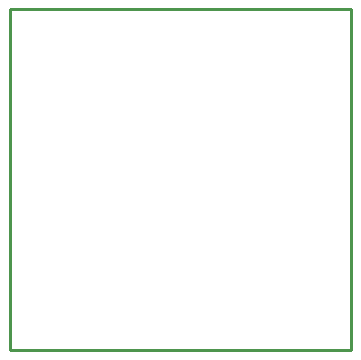
<source format=gko>
G04*
G04 #@! TF.GenerationSoftware,Altium Limited,Altium Designer,21.9.2 (33)*
G04*
G04 Layer_Color=16711935*
%FSLAX25Y25*%
%MOIN*%
G70*
G04*
G04 #@! TF.SameCoordinates,977259B3-0B2F-49BC-815A-F7E1FA794F82*
G04*
G04*
G04 #@! TF.FilePolarity,Positive*
G04*
G01*
G75*
%ADD10C,0.01000*%
D10*
X113504Y0D02*
X113504Y113500D01*
X0Y0D02*
X0Y113500D01*
X113504Y113500D01*
X0Y-0D02*
X113492Y-0D01*
M02*

</source>
